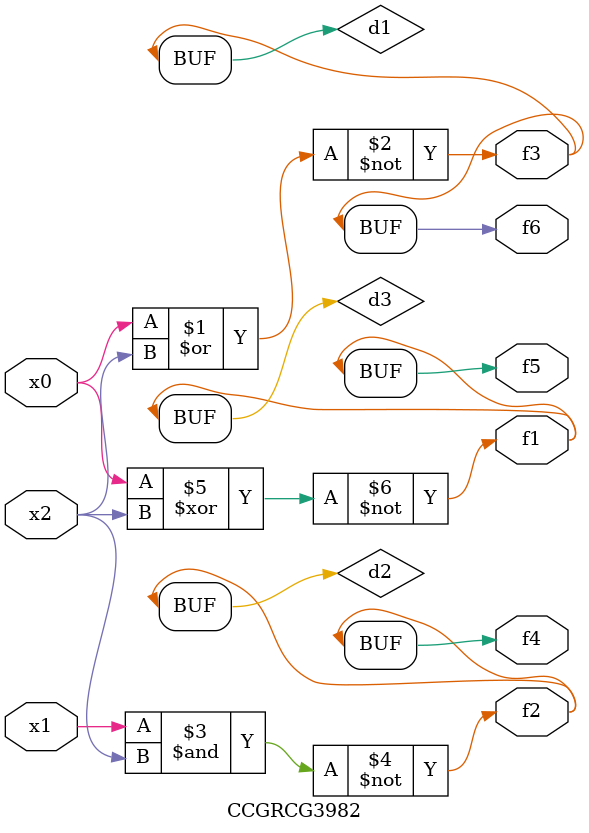
<source format=v>
module CCGRCG3982(
	input x0, x1, x2,
	output f1, f2, f3, f4, f5, f6
);

	wire d1, d2, d3;

	nor (d1, x0, x2);
	nand (d2, x1, x2);
	xnor (d3, x0, x2);
	assign f1 = d3;
	assign f2 = d2;
	assign f3 = d1;
	assign f4 = d2;
	assign f5 = d3;
	assign f6 = d1;
endmodule

</source>
